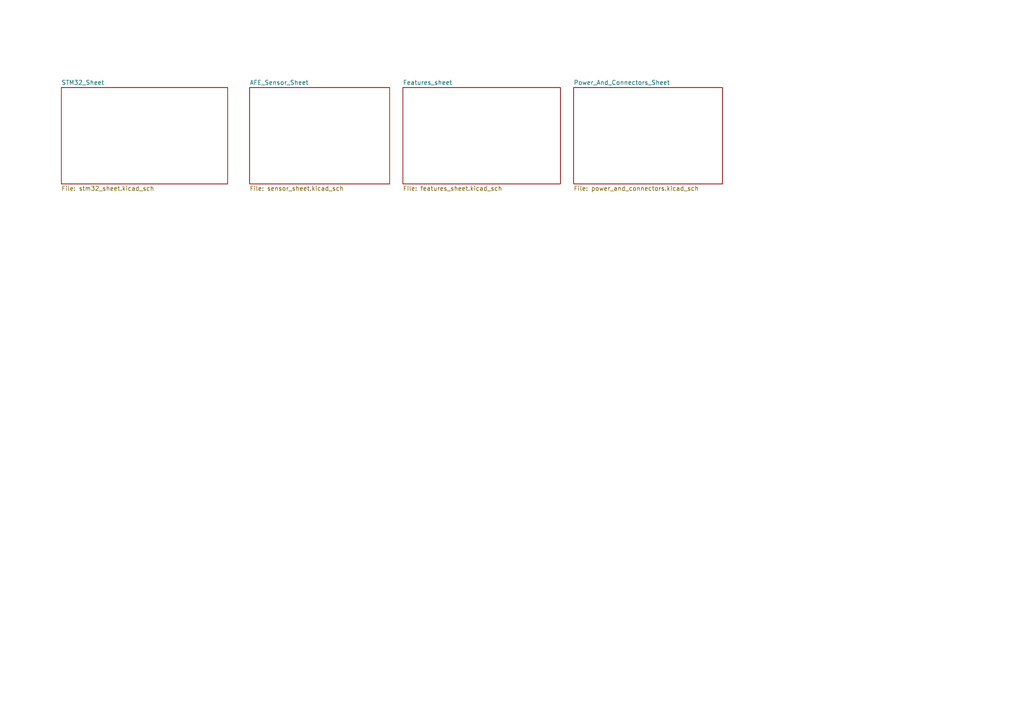
<source format=kicad_sch>
(kicad_sch
	(version 20250114)
	(generator "eeschema")
	(generator_version "9.0")
	(uuid "db15616c-1ab1-46ed-81e3-12c994fbb457")
	(paper "A4")
	(title_block
		(title "Toxic_Detection_PCB")
		(date "2026-02-12")
		(rev "4.0")
		(company "Company: LNIS")
		(comment 4 "Author: Paul Capgras")
	)
	(lib_symbols)
	(sheet
		(at 72.39 25.4)
		(size 40.64 27.94)
		(exclude_from_sim no)
		(in_bom yes)
		(on_board yes)
		(dnp no)
		(fields_autoplaced yes)
		(stroke
			(width 0.1524)
			(type solid)
		)
		(fill
			(color 0 0 0 0.0000)
		)
		(uuid "8a21aef4-28b7-4c2c-a193-8d6c9cde0c99")
		(property "Sheetname" "AFE_Sensor_Sheet"
			(at 72.39 24.6884 0)
			(effects
				(font
					(size 1.27 1.27)
				)
				(justify left bottom)
			)
		)
		(property "Sheetfile" "sensor_sheet.kicad_sch"
			(at 72.39 53.9246 0)
			(effects
				(font
					(size 1.27 1.27)
				)
				(justify left top)
			)
		)
		(instances
			(project "Toxic_Detection_v4.0"
				(path "/db15616c-1ab1-46ed-81e3-12c994fbb457"
					(page "4")
				)
			)
		)
	)
	(sheet
		(at 17.78 25.4)
		(size 48.26 27.94)
		(exclude_from_sim no)
		(in_bom yes)
		(on_board yes)
		(dnp no)
		(fields_autoplaced yes)
		(stroke
			(width 0.1524)
			(type solid)
		)
		(fill
			(color 0 0 0 0.0000)
		)
		(uuid "8cf4a9a8-5e05-43e1-a28a-857e9901ce9a")
		(property "Sheetname" "STM32_Sheet"
			(at 17.78 24.6884 0)
			(effects
				(font
					(size 1.27 1.27)
				)
				(justify left bottom)
			)
		)
		(property "Sheetfile" "stm32_sheet.kicad_sch"
			(at 17.78 53.9246 0)
			(effects
				(font
					(size 1.27 1.27)
				)
				(justify left top)
			)
		)
		(instances
			(project "Toxic_Detection_v4.0"
				(path "/db15616c-1ab1-46ed-81e3-12c994fbb457"
					(page "3")
				)
			)
		)
	)
	(sheet
		(at 116.84 25.4)
		(size 45.72 27.94)
		(exclude_from_sim no)
		(in_bom yes)
		(on_board yes)
		(dnp no)
		(fields_autoplaced yes)
		(stroke
			(width 0.1524)
			(type solid)
		)
		(fill
			(color 0 0 0 0.0000)
		)
		(uuid "95b8711c-5291-498d-8026-2e6ba416b2b5")
		(property "Sheetname" "Features_sheet"
			(at 116.84 24.6884 0)
			(effects
				(font
					(size 1.27 1.27)
				)
				(justify left bottom)
			)
		)
		(property "Sheetfile" "features_sheet.kicad_sch"
			(at 116.84 53.9246 0)
			(effects
				(font
					(size 1.27 1.27)
				)
				(justify left top)
			)
		)
		(instances
			(project "Toxic_Detection_v4.0"
				(path "/db15616c-1ab1-46ed-81e3-12c994fbb457"
					(page "2")
				)
			)
		)
	)
	(sheet
		(at 166.37 25.4)
		(size 43.18 27.94)
		(exclude_from_sim no)
		(in_bom yes)
		(on_board yes)
		(dnp no)
		(fields_autoplaced yes)
		(stroke
			(width 0.1524)
			(type solid)
		)
		(fill
			(color 0 0 0 0.0000)
		)
		(uuid "cdc94fa3-b749-4315-ad45-c9b116ac9c9a")
		(property "Sheetname" "Power_And_Connectors_Sheet"
			(at 166.37 24.6884 0)
			(effects
				(font
					(size 1.27 1.27)
				)
				(justify left bottom)
			)
		)
		(property "Sheetfile" "power_and_connectors.kicad_sch"
			(at 166.37 53.9246 0)
			(effects
				(font
					(size 1.27 1.27)
				)
				(justify left top)
			)
		)
		(instances
			(project "Toxic_Detection_v4.0"
				(path "/db15616c-1ab1-46ed-81e3-12c994fbb457"
					(page "5")
				)
			)
		)
	)
	(sheet_instances
		(path "/"
			(page "1")
		)
	)
	(embedded_fonts no)
)

</source>
